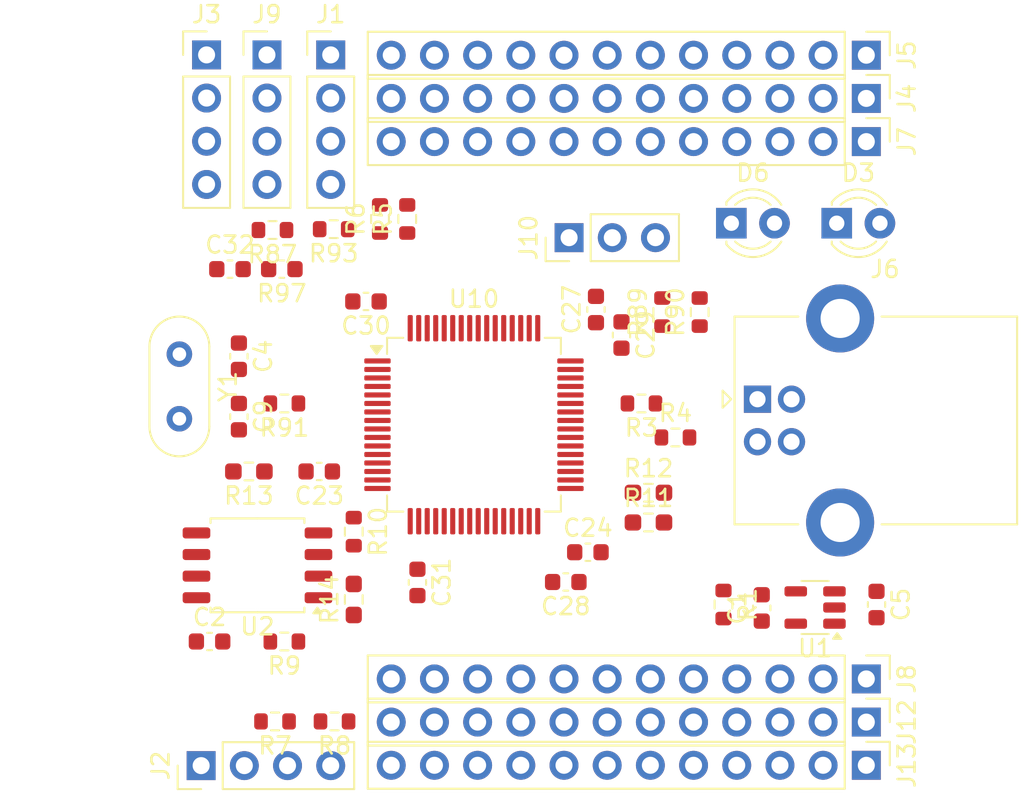
<source format=kicad_pcb>
(kicad_pcb (version 20241229) (generator "pcbnew") (generator_version "9.0")
  (layers (0 "F.Cu" signal) (4 "In1.Cu" signal) (6 "In2.Cu" signal) (2 "B.Cu" signal) (13 "F.Paste" user) (15 "B.Paste" user) (5 "F.SilkS" user "F.Silkscreen") (7 "B.SilkS" user "B.Silkscreen") (1 "F.Mask" user) (3 "B.Mask" user) (25 "Edge.Cuts" user))
  (net 0 "")
  (net 1 "GND")
  (net 2 "VDD")
  (net 3 "/clk-in")
  (net 4 "/Vbus")
  (net 5 "Net-(C9-Pad1)")
  (net 6 "Net-(U10B-Vcap_1)")
  (net 7 "Net-(U10B-Vcap_2)")
  (net 8 "/rst_mcu")
  (net 9 "Net-(D3-K)")
  (net 10 "Net-(D6-K)")
  (net 11 "/i2c1_sck")
  (net 12 "/i2c1_sda")
  (net 13 "/i2c2_sck")
  (net 14 "/i2c2_sda")
  (net 15 "/pb15")
  (net 16 "/pc13")
  (net 17 "/pc8")
  (net 18 "/pb14")
  (net 19 "/pc7")
  (net 20 "/pc4")
  (net 21 "/pc15")
  (net 22 "/pc6")
  (net 23 "/pc1")
  (net 24 "/pc11")
  (net 25 "/led-1")
  (net 26 "/pc9")
  (net 27 "/pc0")
  (net 28 "/pc12")
  (net 29 "/pd2")
  (net 30 "/pc5")
  (net 31 "/led-0")
  (net 32 "Net-(J6-D+)")
  (net 33 "Net-(J6-D-)")
  (net 34 "/pa7")
  (net 35 "/pb1")
  (net 36 "/pa3")
  (net 37 "/pb3")
  (net 38 "/pa5")
  (net 39 "/pa4")
  (net 40 "/pb8")
  (net 41 "/pa8")
  (net 42 "/pa0")
  (net 43 "/pb0")
  (net 44 "/pc14")
  (net 45 "/pa1")
  (net 46 "/pb4")
  (net 47 "/pb9")
  (net 48 "/pb5")
  (net 49 "/pa6")
  (net 50 "/pa2")
  (net 51 "/uart1-tx")
  (net 52 "/uart1-rx")
  (net 53 "/swd_clk")
  (net 54 "/swd_io")
  (net 55 "/boot0")
  (net 56 "/boot1")
  (net 57 "/usb_d+")
  (net 58 "/usb_d-")
  (net 59 "/flash_hold")
  (net 60 "/flash_wp")
  (net 61 "/flash_cs")
  (net 62 "/flash_cs_pin")
  (net 63 "/flash_sck")
  (net 64 "/spi2_sck")
  (net 65 "/flash_di")
  (net 66 "/spi2_mosi")
  (net 67 "/spi2_miso")
  (net 68 "/flash_do")
  (net 69 "/clk-out")
  (footprint "Capacitor_SMD:C_0603_1608Metric" (layer "F.Cu") (at 159.025 111.75)
    (property "Reference" "C24" (at 0 -1.43 0) (layer "F.SilkS"))
    (property "Value" "100n")
    (pad "1" smd roundrect (at -0.775 0) (size 0.9 0.95) (layers "F.Cu" "F.Mask" "F.Paste") (net 2 "VDD"))
    (pad "2" smd roundrect (at 0.775 0) (size 0.9 0.95) (layers "F.Cu" "F.Mask" "F.Paste") (net 1 "GND"))
  )
  (footprint "Capacitor_SMD:C_0603_1608Metric" (layer "F.Cu") (at 141.025 95.1 180)
    (property "Reference" "R97" (at 0 -1.43 0) (layer "F.SilkS"))
    (property "Value" "10k")
    (pad "1" smd roundrect (at -0.775 0 180) (size 0.9 0.95) (layers "F.Cu" "F.Mask" "F.Paste") (net 2 "VDD"))
    (pad "2" smd roundrect (at 0.775 0 180) (size 0.9 0.95) (layers "F.Cu" "F.Mask" "F.Paste") (net 8 "/rst_mcu"))
  )
  (footprint "Resistor_SMD:R_0603_1608Metric" (layer "F.Cu") (at 144.075 92.75 180)
    (property "Reference" "R93" (at 0 -1.43 0) (layer "F.SilkS"))
    (property "Value" "10k")
    (pad "1" smd roundrect (at -0.825 0 180) (size 0.8 0.95) (layers "F.Cu" "F.Mask" "F.Paste") (net 2 "VDD"))
    (pad "2" smd roundrect (at 0.825 0 180) (size 0.8 0.95) (layers "F.Cu" "F.Mask" "F.Paste") (net 52 "/uart1-rx"))
  )
  (footprint "Resistor_SMD:R_0603_1608Metric" (layer "F.Cu") (at 141.175 117 180)
    (property "Reference" "R9" (at 0 -1.43 0) (layer "F.SilkS"))
    (property "Value" "10k")
    (pad "1" smd roundrect (at -0.825 0 180) (size 0.8 0.95) (layers "F.Cu" "F.Mask" "F.Paste") (net 2 "VDD"))
    (pad "2" smd roundrect (at 0.825 0 180) (size 0.8 0.95) (layers "F.Cu" "F.Mask" "F.Paste") (net 59 "/flash_hold"))
  )
  (footprint "Connector_PinHeader_2.54mm:PinHeader_1x12_P2.54mm_Vertical" (layer "F.Cu") (at 175.4 124.28 -90)
    (property "Reference" "J13" (at 0 -2.38 90) (layer "F.SilkS"))
    (property "Value" "pins_f")
    (pad "1" thru_hole rect (at 0 0 270) (size 1.7 1.7) (drill 1) (layers "*.Cu" "*.Mask") (net 4 "/Vbus"))
    (pad "2" thru_hole circle (at 0 2.54 270) (size 1.7 1.7) (drill 1) (layers "*.Cu" "*.Mask") (net 1 "GND"))
    (pad "3" thru_hole circle (at 0 5.08 270) (size 1.7 1.7) (drill 1) (layers "*.Cu" "*.Mask") (net 2 "VDD"))
    (pad "4" thru_hole circle (at 0 7.62 270) (size 1.7 1.7) (drill 1) (layers "*.Cu" "*.Mask") (net 19 "/pc7"))
    (pad "5" thru_hole circle (at 0 10.16 270) (size 1.7 1.7) (drill 1) (layers "*.Cu" "*.Mask") (net 17 "/pc8"))
    (pad "6" thru_hole circle (at 0 12.7 270) (size 1.7 1.7) (drill 1) (layers "*.Cu" "*.Mask") (net 26 "/pc9"))
    (pad "7" thru_hole circle (at 0 15.24 270) (size 1.7 1.7) (drill 1) (layers "*.Cu" "*.Mask") (net 25 "/led-1"))
    (pad "8" thru_hole circle (at 0 17.78 270) (size 1.7 1.7) (drill 1) (layers "*.Cu" "*.Mask") (net 24 "/pc11"))
    (pad "9" thru_hole circle (at 0 20.32 270) (size 1.7 1.7) (drill 1) (layers "*.Cu" "*.Mask") (net 28 "/pc12"))
    (pad "10" thru_hole circle (at 0 22.86 270) (size 1.7 1.7) (drill 1) (layers "*.Cu" "*.Mask") (net 16 "/pc13"))
    (pad "11" thru_hole circle (at 0 25.4 270) (size 1.7 1.7) (drill 1) (layers "*.Cu" "*.Mask") (net 29 "/pd2"))
    (pad "12" thru_hole circle (at 0 27.94 270) (size 1.7 1.7) (drill 1) (layers "*.Cu" "*.Mask") (net 1 "GND"))
  )
  (footprint "Resistor_SMD:R_0603_1608Metric" (layer "F.Cu") (at 145.255 110.54 -90)
    (property "Reference" "R10" (at 0 -1.43 90) (layer "F.SilkS"))
    (property "Value" "10k")
    (pad "1" smd roundrect (at -0.825 0 270) (size 0.8 0.95) (layers "F.Cu" "F.Mask" "F.Paste") (net 2 "VDD"))
    (pad "2" smd roundrect (at 0.825 0 270) (size 0.8 0.95) (layers "F.Cu" "F.Mask" "F.Paste") (net 60 "/flash_wp"))
  )
  (footprint "Resistor_SMD:R_0603_1608Metric_Pad0.98x0.95mm_HandSolder" (layer "F.Cu") (at 139.0875 107 180)
    (property "Reference" "R13" (at 0 -1.43 0) (layer "F.SilkS"))
    (property "Value" "33")
    (pad "1" smd roundrect (at -0.9125 0 180) (size 0.975 0.95) (layers "F.Cu" "F.Mask" "F.Paste") (net 66 "/spi2_mosi"))
    (pad "2" smd roundrect (at 0.9125 0 180) (size 0.975 0.95) (layers "F.Cu" "F.Mask" "F.Paste") (net 65 "/flash_di"))
  )
  (footprint "Capacitor_SMD:C_0603_1608Metric" (layer "F.Cu") (at 136.775 117)
    (property "Reference" "C2" (at 0 -1.43 0) (layer "F.SilkS"))
    (property "Value" "4u7")
    (pad "1" smd roundrect (at -0.775 0) (size 0.9 0.95) (layers "F.Cu" "F.Mask" "F.Paste") (net 2 "VDD"))
    (pad "2" smd roundrect (at 0.775 0) (size 0.9 0.95) (layers "F.Cu" "F.Mask" "F.Paste") (net 1 "GND"))
  )
  (footprint "Connector_PinHeader_2.54mm:PinHeader_1x12_P2.54mm_Vertical" (layer "F.Cu") (at 175.4 121.74 -90)
    (property "Reference" "J12" (at 0 -2.38 90) (layer "F.SilkS"))
    (property "Value" "pins_e")
    (pad "1" thru_hole rect (at 0 0 270) (size 1.7 1.7) (drill 1) (layers "*.Cu" "*.Mask") (net 1 "GND"))
    (pad "2" thru_hole circle (at 0 2.54 270) (size 1.7 1.7) (drill 1) (layers "*.Cu" "*.Mask") (net 1 "GND"))
    (pad "3" thru_hole circle (at 0 5.08 270) (size 1.7 1.7) (drill 1) (layers "*.Cu" "*.Mask") (net 1 "GND"))
    (pad "4" thru_hole circle (at 0 7.62 270) (size 1.7 1.7) (drill 1) (layers "*.Cu" "*.Mask") (net 1 "GND"))
    (pad "5" thru_hole circle (at 0 10.16 270) (size 1.7 1.7) (drill 1) (layers "*.Cu" "*.Mask") (net 1 "GND"))
    (pad "6" thru_hole circle (at 0 12.7 270) (size 1.7 1.7) (drill 1) (layers "*.Cu" "*.Mask") (net 1 "GND"))
    (pad "7" thru_hole circle (at 0 15.24 270) (size 1.7 1.7) (drill 1) (layers "*.Cu" "*.Mask") (net 1 "GND"))
    (pad "8" thru_hole circle (at 0 17.78 270) (size 1.7 1.7) (drill 1) (layers "*.Cu" "*.Mask") (net 1 "GND"))
    (pad "9" thru_hole circle (at 0 20.32 270) (size 1.7 1.7) (drill 1) (layers "*.Cu" "*.Mask") (net 1 "GND"))
    (pad "10" thru_hole circle (at 0 22.86 270) (size 1.7 1.7) (drill 1) (layers "*.Cu" "*.Mask") (net 1 "GND"))
    (pad "11" thru_hole circle (at 0 25.4 270) (size 1.7 1.7) (drill 1) (layers "*.Cu" "*.Mask") (net 1 "GND"))
    (pad "12" thru_hole circle (at 0 27.94 270) (size 1.7 1.7) (drill 1) (layers "*.Cu" "*.Mask") (net 1 "GND"))
  )
  (footprint "Capacitor_SMD:C_0603_1608Metric" (layer "F.Cu") (at 137.975 95.1)
    (property "Reference" "C32" (at 0 -1.43 0) (layer "F.SilkS"))
    (property "Value" "4u7")
    (pad "1" smd roundrect (at -0.775 0) (size 0.9 0.95) (layers "F.Cu" "F.Mask" "F.Paste") (net 8 "/rst_mcu"))
    (pad "2" smd roundrect (at 0.775 0) (size 0.9 0.95) (layers "F.Cu" "F.Mask" "F.Paste") (net 1 "GND"))
  )
  (footprint "Connector_PinHeader_2.54mm:PinHeader_1x03_P2.54mm_Vertical" (layer "F.Cu") (at 157.92 93.25 90)
    (property "Reference" "J10" (at 0 -2.38 90) (layer "F.SilkS"))
    (property "Value" "swd")
    (pad "1" thru_hole rect (at 0 0 90) (size 1.7 1.7) (drill 1) (layers "*.Cu" "*.Mask") (net 53 "/swd_clk"))
    (pad "2" thru_hole circle (at 0 2.54 90) (size 1.7 1.7) (drill 1) (layers "*.Cu" "*.Mask") (net 1 "GND"))
    (pad "3" thru_hole circle (at 0 5.08 90) (size 1.7 1.7) (drill 1) (layers "*.Cu" "*.Mask") (net 54 "/swd_io"))
  )
  (footprint "Resistor_SMD:R_0603_1608Metric_Pad0.98x0.95mm_HandSolder" (layer "F.Cu") (at 162.5875 108.25)
    (property "Reference" "R12" (at 0 -1.43 0) (layer "F.SilkS"))
    (property "Value" "33")
    (pad "1" smd roundrect (at -0.9125 0) (size 0.975 0.95) (layers "F.Cu" "F.Mask" "F.Paste") (net 64 "/spi2_sck"))
    (pad "2" smd roundrect (at 0.9125 0) (size 0.975 0.95) (layers "F.Cu" "F.Mask" "F.Paste") (net 63 "/flash_sck"))
  )
  (footprint "Resistor_SMD:R_0603_1608Metric" (layer "F.Cu") (at 140.475 92.8 180)
    (property "Reference" "R87" (at 0 -1.43 0) (layer "F.SilkS"))
    (property "Value" "10k")
    (pad "1" smd roundrect (at -0.825 0 180) (size 0.8 0.95) (layers "F.Cu" "F.Mask" "F.Paste") (net 1 "GND"))
    (pad "2" smd roundrect (at 0.825 0 180) (size 0.8 0.95) (layers "F.Cu" "F.Mask" "F.Paste") (net 55 "/boot0"))
  )
  (footprint "Resistor_SMD:R_0603_1608Metric_Pad0.98x0.95mm_HandSolder" (layer "F.Cu") (at 162.5875 110)
    (property "Reference" "R11" (at 0 -1.43 0) (layer "F.SilkS"))
    (property "Value" "33")
    (pad "1" smd roundrect (at -0.9125 0) (size 0.975 0.95) (layers "F.Cu" "F.Mask" "F.Paste") (net 62 "/flash_cs_pin"))
    (pad "2" smd roundrect (at 0.9125 0) (size 0.975 0.95) (layers "F.Cu" "F.Mask" "F.Paste") (net 61 "/flash_cs"))
  )
  (footprint "Capacitor_SMD:C_0603_1608Metric" (layer "F.Cu") (at 143.225 107 180)
    (property "Reference" "C23" (at 0 -1.43 0) (layer "F.SilkS"))
    (property "Value" "100n")
    (pad "1" smd roundrect (at -0.775 0 180) (size 0.9 0.95) (layers "F.Cu" "F.Mask" "F.Paste") (net 2 "VDD"))
    (pad "2" smd roundrect (at 0.775 0 180) (size 0.9 0.95) (layers "F.Cu" "F.Mask" "F.Paste") (net 1 "GND"))
  )
  (footprint "Resistor_SMD:R_0603_1608Metric" (layer "F.Cu") (at 163.4 97.625 90)
    (property "Reference" "R89" (at 0 -1.43 90) (layer "F.SilkS"))
    (property "Value" "1k")
    (pad "1" smd roundrect (at -0.825 0 90) (size 0.8 0.95) (layers "F.Cu" "F.Mask" "F.Paste") (net 31 "/led-0"))
    (pad "2" smd roundrect (at 0.825 0 90) (size 0.8 0.95) (layers "F.Cu" "F.Mask" "F.Paste") (net 10 "Net-(D6-K)"))
  )
  (footprint "Connector_PinHeader_2.54mm:PinHeader_1x12_P2.54mm_Vertical" (layer "F.Cu") (at 175.4 82.52 -90)
    (property "Reference" "J5" (at 0 -2.38 90) (layer "F.SilkS"))
    (property "Value" "pins_a")
    (pad "1" thru_hole rect (at 0 0 270) (size 1.7 1.7) (drill 1) (layers "*.Cu" "*.Mask") (net 4 "/Vbus"))
    (pad "2" thru_hole circle (at 0 2.54 270) (size 1.7 1.7) (drill 1) (layers "*.Cu" "*.Mask") (net 1 "GND"))
    (pad "3" thru_hole circle (at 0 5.08 270) (size 1.7 1.7) (drill 1) (layers "*.Cu" "*.Mask") (net 2 "VDD"))
    (pad "4" thru_hole circle (at 0 7.62 270) (size 1.7 1.7) (drill 1) (layers "*.Cu" "*.Mask") (net 42 "/pa0"))
    (pad "5" thru_hole circle (at 0 10.16 270) (size 1.7 1.7) (drill 1) (layers "*.Cu" "*.Mask") (net 45 "/pa1"))
    (pad "6" thru_hole circle (at 0 12.7 270) (size 1.7 1.7) (drill 1) (layers "*.Cu" "*.Mask") (net 50 "/pa2"))
    (pad "7" thru_hole circle (at 0 15.24 270) (size 1.7 1.7) (drill 1) (layers "*.Cu" "*.Mask") (net 36 "/pa3"))
    (pad "8" thru_hole circle (at 0 17.78 270) (size 1.7 1.7) (drill 1) (layers "*.Cu" "*.Mask") (net 39 "/pa4"))
    (pad "9" thru_hole circle (at 0 20.32 270) (size 1.7 1.7) (drill 1) (layers "*.Cu" "*.Mask") (net 38 "/pa5"))
    (pad "10" thru_hole circle (at 0 22.86 270) (size 1.7 1.7) (drill 1) (layers "*.Cu" "*.Mask") (net 49 "/pa6"))
    (pad "11" thru_hole circle (at 0 25.4 270) (size 1.7 1.7) (drill 1) (layers "*.Cu" "*.Mask") (net 34 "/pa7"))
    (pad "12" thru_hole circle (at 0 27.94 270) (size 1.7 1.7) (drill 1) (layers "*.Cu" "*.Mask") (net 44 "/pc14"))
  )
  (footprint "Capacitor_SMD:C_0603_1608Metric" (layer "F.Cu") (at 159.5 97.475 90)
    (property "Reference" "C27" (at 0 -1.43 90) (layer "F.SilkS"))
    (property "Value" "100n")
    (pad "1" smd roundrect (at -0.775 0 90) (size 0.9 0.95) (layers "F.Cu" "F.Mask" "F.Paste") (net 2 "VDD"))
    (pad "2" smd roundrect (at 0.775 0 90) (size 0.9 0.95) (layers "F.Cu" "F.Mask" "F.Paste") (net 1 "GND"))
  )
  (footprint "Package_TO_SOT_SMD:SOT-23-5" (layer "F.Cu") (at 172.3875 115 180)
    (property "Reference" "U1" (at 0 -2.4 0) (layer "F.SilkS"))
    (property "Value" "MCP1802x-xx02xOT")
    (pad "1" smd roundrect (at -1.1375 -0.95 180) (size 1.325 0.6) (layers "F.Cu" "F.Mask" "F.Paste") (net 4 "/Vbus"))
    (pad "2" smd roundrect (at -1.1375 0 180) (size 1.325 0.6) (layers "F.Cu" "F.Mask" "F.Paste") (net 1 "GND"))
    (pad "3" smd roundrect (at -1.1375 0.95 180) (size 1.325 0.6) (layers "F.Cu" "F.Mask" "F.Paste") (net 4 "/Vbus"))
    (pad "4" smd roundrect (at 1.1375 0.95 180) (size 1.325 0.6) (layers "F.Cu" "F.Mask" "F.Paste"))
    (pad "5" smd roundrect (at 1.1375 -0.95 180) (size 1.325 0.6) (layers "F.Cu" "F.Mask" "F.Paste") (net 2 "VDD"))
  )
  (footprint "Connector_PinHeader_2.54mm:PinHeader_1x04_P2.54mm_Vertical" (layer "F.Cu") (at 140.15 82.5)
    (property "Reference" "J9" (at 0 -2.38 0) (layer "F.SilkS"))
    (property "Value" "uart1")
    (pad "1" thru_hole rect (at 0 0) (size 1.7 1.7) (drill 1) (layers "*.Cu" "*.Mask") (net 52 "/uart1-rx"))
    (pad "2" thru_hole circle (at 0 2.54) (size 1.7 1.7) (drill 1) (layers "*.Cu" "*.Mask") (net 1 "GND"))
    (pad "3" thru_hole circle (at 0 5.08) (size 1.7 1.7) (drill 1) (layers "*.Cu" "*.Mask") (net 51 "/uart1-tx"))
    (pad "4" thru_hole circle (at 0 7.62) (size 1.7 1.7) (drill 1) (layers "*.Cu" "*.Mask") (net 2 "VDD"))
  )
  (footprint "Connector_PinHeader_2.54mm:PinHeader_1x04_P2.54mm_Vertical" (layer "F.Cu") (at 143.9 82.5)
    (property "Reference" "J1" (at 0 -2.38 0) (layer "F.SilkS"))
    (property "Value" "i2c_1")
    (pad "1" thru_hole rect (at 0 0) (size 1.7 1.7) (drill 1) (layers "*.Cu" "*.Mask") (net 11 "/i2c1_sck"))
    (pad "2" thru_hole circle (at 0 2.54) (size 1.7 1.7) (drill 1) (layers "*.Cu" "*.Mask") (net 1 "GND"))
    (pad "3" thru_hole circle (at 0 5.08) (size 1.7 1.7) (drill 1) (layers "*.Cu" "*.Mask") (net 12 "/i2c1_sda"))
    (pad "4" thru_hole circle (at 0 7.62) (size 1.7 1.7) (drill 1) (layers "*.Cu" "*.Mask") (net 2 "VDD"))
  )
  (footprint "Resistor_SMD:R_0603_1608Metric" (layer "F.Cu") (at 164.175 105)
    (property "Reference" "R4" (at 0 -1.43 0) (layer "F.SilkS"))
    (property "Value" "22")
    (pad "1" smd roundrect (at -0.825 0) (size 0.8 0.95) (layers "F.Cu" "F.Mask" "F.Paste") (net 33 "Net-(J6-D-)"))
    (pad "2" smd roundrect (at 0.825 0) (size 0.8 0.95) (layers "F.Cu" "F.Mask" "F.Paste") (net 58 "/usb_d-"))
  )
  (footprint "LED_THT:LED_D3.0mm" (layer "F.Cu") (at 173.66 92.4)
    (property "Reference" "D3" (at 1.27 -2.96 0) (layer "F.SilkS"))
    (property "Value" "LED")
    (pad "1" thru_hole rect (at 0 0) (size 1.8 1.8) (drill 0.9) (layers "*.Cu" "*.Mask") (net 9 "Net-(D3-K)"))
    (pad "2" thru_hole circle (at 2.54 0) (size 1.8 1.8) (drill 0.9) (layers "*.Cu" "*.Mask") (net 1 "GND"))
  )
  (footprint "Capacitor_SMD:C_0603_1608Metric" (layer "F.Cu") (at 176 114.825 -90)
    (property "Reference" "C5" (at 0 -1.43 90) (layer "F.SilkS"))
    (property "Value" "4u7")
    (pad "1" smd roundrect (at -0.775 0 270) (size 0.9 0.95) (layers "F.Cu" "F.Mask" "F.Paste") (net 4 "/Vbus"))
    (pad "2" smd roundrect (at 0.775 0 270) (size 0.9 0.95) (layers "F.Cu" "F.Mask" "F.Paste") (net 1 "GND"))
  )
  (footprint "Capacitor_SMD:C_0603_1608Metric" (layer "F.Cu") (at 145.975 97 180)
    (property "Reference" "C30" (at 0 -1.43 0) (layer "F.SilkS"))
    (property "Value" "100n")
    (pad "1" smd roundrect (at -0.775 0 180) (size 0.9 0.95) (layers "F.Cu" "F.Mask" "F.Paste") (net 2 "VDD"))
    (pad "2" smd roundrect (at 0.775 0 180) (size 0.9 0.95) (layers "F.Cu" "F.Mask" "F.Paste") (net 1 "GND"))
  )
  (footprint "Resistor_SMD:R_0603_1608Metric" (layer "F.Cu") (at 165.6 97.625 90)
    (property "Reference" "R90" (at 0 -1.43 90) (layer "F.SilkS"))
    (property "Value" "1k")
    (pad "1" smd roundrect (at -0.825 0 90) (size 0.8 0.95) (layers "F.Cu" "F.Mask" "F.Paste") (net 25 "/led-1"))
    (pad "2" smd roundrect (at 0.825 0 90) (size 0.8 0.95) (layers "F.Cu" "F.Mask" "F.Paste") (net 9 "Net-(D3-K)"))
  )
  (footprint "Connector_PinHeader_2.54mm:PinHeader_1x04_P2.54mm_Vertical" (layer "F.Cu") (at 136.6 82.5)
    (property "Reference" "J3" (at 0 -2.38 0) (layer "F.SilkS"))
    (property "Value" "boot_rst")
    (pad "1" thru_hole rect (at 0 0) (size 1.7 1.7) (drill 1) (layers "*.Cu" "*.Mask") (net 8 "/rst_mcu"))
    (pad "2" thru_hole circle (at 0 2.54) (size 1.7 1.7) (drill 1) (layers "*.Cu" "*.Mask") (net 1 "GND"))
    (pad "3" thru_hole circle (at 0 5.08) (size 1.7 1.7) (drill 1) (layers "*.Cu" "*.Mask") (net 55 "/boot0"))
    (pad "4" thru_hole circle (at 0 7.62) (size 1.7 1.7) (drill 1) (layers "*.Cu" "*.Mask") (net 2 "VDD"))
  )
  (footprint "Resistor_SMD:R_0603_1608Metric" (layer "F.Cu") (at 148.4 92.15 90)
    (property "Reference" "R5" (at 0 -1.43 90) (layer "F.SilkS"))
    (property "Value" "10k")
    (pad "1" smd roundrect (at -0.825 0 90) (size 0.8 0.95) (layers "F.Cu" "F.Mask" "F.Paste") (net 2 "VDD"))
    (pad "2" smd roundrect (at 0.825 0 90) (size 0.8 0.95) (layers "F.Cu" "F.Mask" "F.Paste") (net 11 "/i2c1_sck"))
  )
  (footprint "Capacitor_SMD:C_0603_1608Metric" (layer "F.Cu") (at 138.5 100.225 -90)
    (property "Reference" "C4" (at 0 -1.43 90) (layer "F.SilkS"))
    (property "Value" "18p")
    (pad "1" smd roundrect (at -0.775 0 270) (size 0.9 0.95) (layers "F.Cu" "F.Mask" "F.Paste") (net 1 "GND"))
    (pad "2" smd roundrect (at 0.775 0 270) (size 0.9 0.95) (layers "F.Cu" "F.Mask" "F.Paste") (net 3 "/clk-in"))
  )
  (footprint "Resistor_SMD:R_0603_1608Metric" (layer "F.Cu") (at 167 114.825 -90)
    (property "Reference" "R1" (at 0 -1.43 90) (layer "F.SilkS"))
    (property "Value" "100k")
    (pad "1" smd roundrect (at -0.825 0 270) (size 0.8 0.95) (layers "F.Cu" "F.Mask" "F.Paste") (net 1 "GND"))
    (pad "2" smd roundrect (at 0.825 0 270) (size 0.8 0.95) (layers "F.Cu" "F.Mask" "F.Paste") (net 56 "/boot1"))
  )
  (footprint "Capacitor_SMD:C_0603_1608Metric" (layer "F.Cu") (at 161 98.975 -90)
    (property "Reference" "C29" (at 0 -1.43 90) (layer "F.SilkS"))
    (property "Value" "2u2")
    (pad "1" smd roundrect (at -0.775 0 270) (size 0.9 0.95) (layers "F.Cu" "F.Mask" "F.Paste") (net 1 "GND"))
    (pad "2" smd roundrect (at 0.775 0 270) (size 0.9 0.95) (layers "F.Cu" "F.Mask" "F.Paste") (net 7 "Net-(U10B-Vcap_2)"))
  )
  (footprint "Resistor_SMD:R_0603_1608Metric" (layer "F.Cu") (at 146.8 92.15 90)
    (property "Reference" "R6" (at 0 -1.43 90) (layer "F.SilkS"))
    (property "Value" "10k")
    (pad "1" smd roundrect (at -0.825 0 90) (size 0.8 0.95) (layers "F.Cu" "F.Mask" "F.Paste") (net 2 "VDD"))
    (pad "2" smd roundrect (at 0.825 0 90) (size 0.8 0.95) (layers "F.Cu" "F.Mask" "F.Paste") (net 12 "/i2c1_sda"))
  )
  (footprint "Crystal:Crystal_HC52-8mm_Vertical" (layer "F.Cu") (at 135 100.1 -90)
    (property "Reference" "Y1" (at 1.9 -2.85 90) (layer "F.SilkS"))
    (property "Value" "Crystal")
    (pad "1" thru_hole circle (at 0 0 270) (size 1.5 1.5) (drill 0.8) (layers "*.Cu" "*.Mask") (net 3 "/clk-in"))
    (pad "2" thru_hole circle (at 3.8 0 270) (size 1.5 1.5) (drill 0.8) (layers "*.Cu" "*.Mask") (net 5 "Net-(C9-Pad1)"))
  )
  (footprint "Connector_PinHeader_2.54mm:PinHeader_1x04_P2.54mm_Vertical" (layer "F.Cu") (at 136.28 124.3 90)
    (property "Reference" "J2" (at 0 -2.38 90) (layer "F.SilkS"))
    (property "Value" "i2c_2")
    (pad "1" thru_hole rect (at 0 0 90) (size 1.7 1.7) (drill 1) (layers "*.Cu" "*.Mask") (net 13 "/i2c2_sck"))
    (pad "2" thru_hole circle (at 0 2.54 90) (size 1.7 1.7) (drill 1) (layers "*.Cu" "*.Mask") (net 1 "GND"))
    (pad "3" thru_hole circle (at 0 5.08 90) (size 1.7 1.7) (drill 1) (layers "*.Cu" "*.Mask") (net 14 "/i2c2_sda"))
    (pad "4" thru_hole circle (at 0 7.62 90) (size 1.7 1.7) (drill 1) (layers "*.Cu" "*.Mask") (net 2 "VDD"))
  )
  (footprint "Capacitor_SMD:C_0603_1608Metric" (layer "F.Cu") (at 157.725 113.5 180)
    (property "Reference" "C28" (at 0 -1.43 0) (layer "F.SilkS"))
    (property "Value" "2u2")
    (pad "1" smd roundrect (at -0.775 0 180) (size 0.9 0.95) (layers "F.Cu" "F.Mask" "F.Paste") (net 1 "GND"))
    (pad "2" smd roundrect (at 0.775 0 180) (size 0.9 0.95) (layers "F.Cu" "F.Mask" "F.Paste") (net 6 "Net-(U10B-Vcap_1)"))
  )
  (footprint "Resistor_SMD:R_0603_1608Metric_Pad0.98x0.95mm_HandSolder" (layer "F.Cu") (at 145.255 114.5275 90)
    (property "Reference" "R14" (at 0 -1.43 90) (layer "F.SilkS"))
    (property "Value" "33")
    (pad "1" smd roundrect (at -0.9125 0 90) (size 0.975 0.95) (layers "F.Cu" "F.Mask" "F.Paste") (net 67 "/spi2_miso"))
    (pad "2" smd roundrect (at 0.9125 0 90) (size 0.975 0.95) (layers "F.Cu" "F.Mask" "F.Paste") (net 68 "/flash_do"))
  )
  (footprint "Capacitor_SMD:C_0603_1608Metric" (layer "F.Cu") (at 169.25 115.025 90)
    (property "Reference" "C1" (at 0 -1.43 90) (layer "F.SilkS"))
    (property "Value" "4u7")
    (pad "1" smd roundrect (at -0.775 0 90) (size 0.9 0.95) (layers "F.Cu" "F.Mask" "F.Paste") (net 2 "VDD"))
    (pad "2" smd roundrect (at 0.775 0 90) (size 0.9 0.95) (layers "F.Cu" "F.Mask" "F.Paste") (net 1 "GND"))
  )
  (footprint "Connector_PinHeader_2.54mm:PinHeader_1x12_P2.54mm_Vertical" (layer "F.Cu") (at 175.4 85.06 -90)
    (property "Reference" "J4" (at 0 -2.38 90) (layer "F.SilkS"))
    (property "Value" "pins_b")
    (pad "1" thru_hole rect (at 0 0 270) (size 1.7 1.7) (drill 1) (layers "*.Cu" "*.Mask") (net 1 "GND"))
    (pad "2" thru_hole circle (at 0 2.54 270) (size 1.7 1.7) (drill 1) (layers "*.Cu" "*.Mask") (net 1 "GND"))
    (pad "3" thru_hole circle (at 0 5.08 270) (size 1.7 1.7) (drill 1) (layers "*.Cu" "*.Mask") (net 1 "GND"))
    (pad "4" thru_hole circle (at 0 7.62 270) (size 1.7 1.7) (drill 1) (layers "*.Cu" "*.Mask") (net 1 "GND"))
    (pad "5" thru_hole circle (at 0 10.16 270) (size 1.7 1.7) (drill 1) (layers "*.Cu" "*.Mask") (net 1 "GND"))
    (pad "6" thru_hole circle (at 0 12.7 270) (size 1.7 1.7) (drill 1) (layers "*.Cu" "*.Mask") (net 1 "GND"))
    (pad "7" thru_hole circle (at 0 15.24 270) (size 1.7 1.7) (drill 1) (layers "*.Cu" "*.Mask") (net 1 "GND"))
    (pad "8" thru_hole circle (at 0 17.78 270) (size 1.7 1.7) (drill 1) (layers "*.Cu" "*.Mask") (net 1 "GND"))
    (pad "9" thru_hole circle (at 0 20.32 270) (size 1.7 1.7) (drill 1) (layers "*.Cu" "*.Mask") (net 1 "GND"))
    (pad "10" thru_hole circle (at 0 22.86 270) (size 1.7 1.7) (drill 1) (layers "*.Cu" "*.Mask") (net 1 "GND"))
    (pad "11" thru_hole circle (at 0 25.4 270) (size 1.7 1.7) (drill 1) (layers "*.Cu" "*.Mask") (net 1 "GND"))
    (pad "12" thru_hole circle (at 0 27.94 270) (size 1.7 1.7) (drill 1) (layers "*.Cu" "*.Mask") (net 1 "GND"))
  )
  (footprint "Connector_PinHeader_2.54mm:PinHeader_1x12_P2.54mm_Vertical" (layer "F.Cu") (at 175.4 119.2 -90)
    (property "Reference" "J8" (at 0 -2.38 90) (layer "F.SilkS"))
    (property "Value" "pins_d")
    (pad "1" thru_hole rect (at 0 0 270) (size 1.7 1.7) (drill 1) (layers "*.Cu" "*.Mask") (net 4 "/Vbus"))
    (pad "2" thru_hole circle (at 0 2.54 270) (size 1.7 1.7) (drill 1) (layers "*.Cu" "*.Mask") (net 1 "GND"))
    (pad "3" thru_hole circle (at 0 5.08 270) (size 1.7 1.7) (drill 1) (layers "*.Cu" "*.Mask") (net 2 "VDD"))
    (pad "4" thru_hole circle (at 0 7.62 270) (size 1.7 1.7) (drill 1) (layers "*.Cu" "*.Mask") (net 18 "/pb14"))
    (pad "5" thru_hole circle (at 0 10.16 270) (size 1.7 1.7) (drill 1) (layers "*.Cu" "*.Mask") (net 15 "/pb15"))
    (pad "6" thru_hole circle (at 0 12.7 270) (size 1.7 1.7) (drill 1) (layers "*.Cu" "*.Mask") (net 31 "/led-0"))
    (pad "7" thru_hole circle (at 0 15.24 270) (size 1.7 1.7) (drill 1) (layers "*.Cu" "*.Mask") (net 27 "/pc0"))
    (pad "8" thru_hole circle (at 0 17.78 270) (size 1.7 1.7) (drill 1) (layers "*.Cu" "*.Mask") (net 23 "/pc1"))
    (pad "9" thru_hole circle (at 0 20.32 270) (size 1.7 1.7) (drill 1) (layers "*.Cu" "*.Mask") (net 20 "/pc4"))
    (pad "10" thru_hole circle (at 0 22.86 270) (size 1.7 1.7) (drill 1) (layers "*.Cu" "*.Mask") (net 30 "/pc5"))
    (pad "11" thru_hole circle (at 0 25.4 270) (size 1.7 1.7) (drill 1) (layers "*.Cu" "*.Mask") (net 22 "/pc6"))
    (pad "12" thru_hole circle (at 0 27.94 270) (size 1.7 1.7) (drill 1) (layers "*.Cu" "*.Mask") (net 21 "/pc15"))
  )
  (footprint "Capacitor_SMD:C_0603_1608Metric" (layer "F.Cu") (at 138.5 103.775 -90)
    (property "Reference" "C9" (at 0 -1.43 90) (layer "F.SilkS"))
    (property "Value" "18p")
    (pad "1" smd roundrect (at -0.775 0 270) (size 0.9 0.95) (layers "F.Cu" "F.Mask" "F.Paste") (net 5 "Net-(C9-Pad1)"))
    (pad "2" smd roundrect (at 0.775 0 270) (size 0.9 0.95) (layers "F.Cu" "F.Mask" "F.Paste") (net 1 "GND"))
  )
  (footprint "Capacitor_SMD:C_0603_1608Metric" (layer "F.Cu") (at 149 113.525 -90)
    (property "Reference" "C31" (at 0 -1.43 90) (layer "F.SilkS"))
    (property "Value" "100n")
    (pad "1" smd roundrect (at -0.775 0 270) (size 0.9 0.95) (layers "F.Cu" "F.Mask" "F.Paste") (net 2 "VDD"))
    (pad "2" smd roundrect (at 0.775 0 270) (size 0.9 0.95) (layers "F.Cu" "F.Mask" "F.Paste") (net 1 "GND"))
  )
  (footprint "Connector_PinHeader_2.54mm:PinHeader_1x12_P2.54mm_Vertical" (layer "F.Cu") (at 175.4 87.6 -90)
    (property "Reference" "J7" (at 0 -2.38 90) (layer "F.SilkS"))
    (property "Value" "pins_c")
    (pad "1" thru_hole rect (at 0 0 270) (size 1.7 1.7) (drill 1) (layers "*.Cu" "*.Mask") (net 4 "/Vbus"))
    (pad "2" thru_hole circle (at 0 2.54 270) (size 1.7 1.7) (drill 1) (layers "*.Cu" "*.Mask") (net 1 "GND"))
    (pad "3" thru_hole circle (at 0 5.08 270) (size 1.7 1.7) (drill 1) (layers "*.Cu" "*.Mask") (net 2 "VDD"))
    (pad "4" thru_hole circle (at 0 7.62 270) (size 1.7 1.7) (drill 1) (layers "*.Cu" "*.Mask") (net 41 "/pa8"))
    (pad "5" thru_hole circle (at 0 10.16 270) (size 1.7 1.7) (drill 1) (layers "*.Cu" "*.Mask") (net 43 "/pb0"))
    (pad "6" thru_hole circle (at 0 12.7 270) (size 1.7 1.7) (drill 1) (layers "*.Cu" "*.Mask") (net 35 "/pb1"))
    (pad "7" thru_hole circle (at 0 15.24 270) (size 1.7 1.7) (drill 1) (layers "*.Cu" "*.Mask") (net 37 "/pb3"))
    (pad "8" thru_hole circle (at 0 17.78 270) (size 1.7 1.7) (drill 1) (layers "*.Cu" "*.Mask") (net 46 "/pb4"))
    (pad "9" thru_hole circle (at 0 20.32 270) (size 1.7 1.7) (drill 1) (layers "*.Cu" "*.Mask") (net 48 "/pb5"))
    (pad "10" thru_hole circle (at 0 22.86 270) (size 1.7 1.7) (drill 1) (layers "*.Cu" "*.Mask") (net 47 "/pb9"))
    (pad "11" thru_hole circle (at 0 25.4 270) (size 1.7 1.7) (drill 1) (layers "*.Cu" "*.Mask") (net 40 "/pb8"))
    (pad "12" thru_hole circle (at 0 27.94 270) (size 1.7 1.7) (drill 1) (layers "*.Cu" "*.Mask") (net 1 "GND"))
  )
  (footprint "Package_SO:SOIC-8_5.3x5.3mm_P1.27mm" (layer "F.Cu") (at 139.5925 112.52 180)
    (property "Reference" "U2" (at 0 -3.6 0) (layer "F.SilkS"))
    (property "Value" "W25Q128JVS")
    (pad "1" smd roundrect (at -3.5875 -1.905 180) (size 1.625 0.65) (layers "F.Cu" "F.Mask" "F.Paste") (net 61 "/flash_cs"))
    (pad "2" smd roundrect (at -3.5875 -0.635 180) (size 1.625 0.65) (layers "F.Cu" "F.Mask" "F.Paste") (net 68 "/flash_do"))
    (pad "3" smd roundrect (at -3.5875 0.635 180) (size 1.625 0.65) (layers "F.Cu" "F.Mask" "F.Paste") (net 60 "/flash_wp"))
    (pad "4" smd roundrect (at -3.5875 1.905 180) (size 1.625 0.65) (layers "F.Cu" "F.Mask" "F.Paste") (net 1 "GND"))
    (pad "5" smd roundrect (at 3.5875 1.905 180) (size 1.625 0.65) (layers "F.Cu" "F.Mask" "F.Paste") (net 65 "/flash_di"))
    (pad "6" smd roundrect (at 3.5875 0.635 180) (size 1.625 0.65) (layers "F.Cu" "F.Mask" "F.Paste") (net 63 "/flash_sck"))
    (pad "7" smd roundrect (at 3.5875 -0.635 180) (size 1.625 0.65) (layers "F.Cu" "F.Mask" "F.Paste") (net 59 "/flash_hold"))
    (pad "8" smd roundrect (at 3.5875 -1.905 180) (size 1.625 0.65) (layers "F.Cu" "F.Mask" "F.Paste") (net 2 "VDD"))
  )
  (footprint "Package_QFP:LQFP-64_10x10mm_P0.5mm" (layer "F.Cu") (at 152.325 104.25)
    (property "Reference" "U10" (at 0 -7.4 0) (layer "F.SilkS"))
    (property "Value" "~")
    (pad "1" smd roundrect (at -5.675 -3.75) (size 1.55 0.3) (layers "F.Cu" "F.Mask" "F.Paste") (net 2 "VDD"))
    (pad "2" smd roundrect (at -5.675 -3.25) (size 1.55 0.3) (layers "F.Cu" "F.Mask" "F.Paste") (net 16 "/pc13"))
    (pad "3" smd roundrect (at -5.675 -2.75) (size 1.55 0.3) (layers "F.Cu" "F.Mask" "F.Paste") (net 44 "/pc14"))
    (pad "4" smd roundrect (at -5.675 -2.25) (size 1.55 0.3) (layers "F.Cu" "F.Mask" "F.Paste") (net 21 "/pc15"))
    (pad "5" smd roundrect (at -5.675 -1.75) (size 1.55 0.3) (layers "F.Cu" "F.Mask" "F.Paste") (net 3 "/clk-in"))
    (pad "6" smd roundrect (at -5.675 -1.25) (size 1.55 0.3) (layers "F.Cu" "F.Mask" "F.Paste") (net 69 "/clk-out"))
    (pad "7" smd roundrect (at -5.675 -0.75) (size 1.55 0.3) (layers "F.Cu" "F.Mask" "F.Paste") (net 8 "/rst_mcu"))
    (pad "8" smd roundrect (at -5.675 -0.25) (size 1.55 0.3) (layers "F.Cu" "F.Mask" "F.Paste") (net 27 "/pc0"))
    (pad "9" smd roundrect (at -5.675 0.25) (size 1.55 0.3) (layers "F.Cu" "F.Mask" "F.Paste") (net 23 "/pc1"))
    (pad "10" smd roundrect (at -5.675 0.75) (size 1.55 0.3) (layers "F.Cu" "F.Mask" "F.Paste") (net 67 "/spi2_miso"))
    (pad "11" smd roundrect (at -5.675 1.25) (size 1.55 0.3) (layers "F.Cu" "F.Mask" "F.Paste") (net 66 "/spi2_mosi"))
    (pad "12" smd roundrect (at -5.675 1.75) (size 1.55 0.3) (layers "F.Cu" "F.Mask" "F.Paste") (net 1 "GND"))
    (pad "13" smd roundrect (at -5.675 2.25) (size 1.55 0.3) (layers "F.Cu" "F.Mask" "F.Paste") (net 2 "VDD"))
    (pad "14" smd roundrect (at -5.675 2.75) (size 1.55 0.3) (layers "F.Cu" "F.Mask" "F.Paste") (net 42 "/pa0"))
    (pad "15" smd roundrect (at -5.675 3.25) (size 1.55 0.3) (layers "F.Cu" "F.Mask" "F.Paste") (net 45 "/pa1"))
    (pad "16" smd roundrect (at -5.675 3.75) (size 1.55 0.3) (layers "F.Cu" "F.Mask" "F.Paste") (net 50 "/pa2"))
    (pad "17" smd roundrect (at -3.75 5.675) (size 0.3 1.55) (layers "F.Cu" "F.Mask" "F.Paste") (net 36 "/pa3"))
    (pad "18" smd roundrect (at -3.25 5.675) (size 0.3 1.55) (layers "F.Cu" "F.Mask" "F.Paste") (net 1 "GND"))
    (pad "19" smd roundrect (at -2.75 5.675) (size 0.3 1.55) (layers "F.Cu" "F.Mask" "F.Paste") (net 2 "VDD"))
    (pad "20" smd roundrect (at -2.25 5.675) (size 0.3 1.55) (layers "F.Cu" "F.Mask" "F.Paste") (net 39 "/pa4"))
    (pad "21" smd roundrect (at -1.75 5.675) (size 0.3 1.55) (layers "F.Cu" "F.Mask" "F.Paste") (net 38 "/pa5"))
    (pad "22" smd roundrect (at -1.25 5.675) (size 0.3 1.55) (layers "F.Cu" "F.Mask" "F.Paste") (net 49 "/pa6"))
    (pad "23" smd roundrect (at -0.75 5.675) (size 0.3 1.55) (layers "F.Cu" "F.Mask" "F.Paste") (net 34 "/pa7"))
    (pad "24" smd roundrect (at -0.25 5.675) (size 0.3 1.55) (layers "F.Cu" "F.Mask" "F.Paste") (net 20 "/pc4"))
    (pad "25" smd roundrect (at 0.25 5.675) (size 0.3 1.55) (layers "F.Cu" "F.Mask" "F.Paste") (net 30 "/pc5"))
    (pad "26" smd roundrect (at 0.75 5.675) (size 0.3 1.55) (layers "F.Cu" "F.Mask" "F.Paste") (net 43 "/pb0"))
    (pad "27" smd roundrect (at 1.25 5.675) (size 0.3 1.55) (layers "F.Cu" "F.Mask" "F.Paste") (net 35 "/pb1"))
    (pad "28" smd roundrect (at 1.75 5.675) (size 0.3 1.55) (layers "F.Cu" "F.Mask" "F.Paste") (net 56 "/boot1"))
    (pad "29" smd roundrect (at 2.25 5.675) (size 0.3 1.55) (layers "F.Cu" "F.Mask" "F.Paste") (net 13 "/i2c2_sck"))
    (pad "30" smd roundrect (at 2.75 5.675) (size 0.3 1.55) (layers "F.Cu" "F.Mask" "F.Paste") (net 14 "/i2c2_sda"))
    (pad "31" smd roundrect (at 3.25 5.675) (size 0.3 1.55) (layers "F.Cu" "F.Mask" "F.Paste") (net 6 "Net-(U10B-Vcap_1)"))
    (pad "32" smd roundrect (at 3.75 5.675) (size 0.3 1.55) (layers "F.Cu" "F.Mask" "F.Paste") (net 2 "VDD"))
    (pad "33" smd roundrect (at 5.675 3.75) (size 1.55 0.3) (layers "F.Cu" "F.Mask" "F.Paste") (net 62 "/flash_cs_pin"))
    (pad "34" smd roundrect (at 5.675 3.25) (size 1.55 0.3) (layers "F.Cu" "F.Mask" "F.Paste") (net 64 "/spi2_sck"))
    (pad "35" smd roundrect (at 5.675 2.75) (size 1.55 0.3) (layers "F.Cu" "F.Mask" "F.Paste") (net 18 "/pb14"))
    (pad "36" smd roundrect (at 5.675 2.25) (size 1.55 0.3) (layers "F.Cu" "F.Mask" "F.Paste") (net 15 "/pb15"))
    (pad "37" smd roundrect (at 5.675 1.75) (size 1.55 0.3) (layers "F.Cu" "F.Mask" "F.Paste") (net 22 "/pc6"))
    (pad "38" smd roundrect (at 5.675 1.25) (size 1.55 0.3) (layers "F.Cu" "F.Mask" "F.Paste") (net 19 "/pc7"))
    (pad "39" smd roundrect (at 5.675 0.75) (size 1.55 0.3) (layers "F.Cu" "F.Mask" "F.Paste") (net 17 "/pc8"))
    (pad "40" smd roundrect (at 5.675 0.25) (size 1.55 0.3) (layers "F.Cu" "F.Mask" "F.Paste") (net 26 "/pc9"))
    (pad "41" smd roundrect (at 5.675 -0.25) (size 1.55 0.3) (layers "F.Cu" "F.Mask" "F.Paste") (net 41 "/pa8"))
    (pad "42" smd roundrect (at 5.675 -0.75) (size 1.55 0.3) (layers "F.Cu" "F.Mask" "F.Paste") (net 51 "/uart1-tx"))
    (pad "43" smd roundrect (at 5.675 -1.25) (size 1.55 0.3) (layers "F.Cu" "F.Mask" "F.Paste") (net 52 "/uart1-rx"))
    (pad "44" smd roundrect (at 5.675 -1.75) (size 1.55 0.3) (layers "F.Cu" "F.Mask" "F.Paste") (net 58 "/usb_d-"))
    (pad "45" smd roundrect (at 5.675 -2.25) (size 1.55 0.3) (layers "F.Cu" "F.Mask" "F.Paste") (net 57 "/usb_d+"))
    (pad "46" smd roundrect (at 5.675 -2.75) (size 1.55 0.3) (layers "F.Cu" "F.Mask" "F.Paste") (net 54 "/swd_io"))
    (pad "47" smd roundrect (at 5.675 -3.25) (size 1.55 0.3) (layers "F.Cu" "F.Mask" "F.Paste") (net 7 "Net-(U10B-Vcap_2)"))
    (pad "48" smd roundrect (at 5.675 -3.75) (size 1.55 0.3) (layers "F.Cu" "F.Mask" "F.Paste") (net 2 "VDD"))
    (pad "49" smd roundrect (at 3.75 -5.675) (size 0.3 1.55) (layers "F.Cu" "F.Mask" "F.Paste") (net 53 "/swd_clk"))
    (pad "50" smd roundrect (at 3.25 -5.675) (size 0.3 1.55) (layers "F.Cu" "F.Mask" "F.Paste") (net 31 "/led-0"))
    (pad "51" smd roundrect (at 2.75 -5.675) (size 0.3 1.55) (layers "F.Cu" "F.Mask" "F.Paste") (net 25 "/led-1"))
    (pad "52" smd roundrect (at 2.25 -5.675) (size 0.3 1.55) (layers "F.Cu" "F.Mask" "F.Paste") (net 24 "/pc11"))
    (pad "53" smd roundrect (at 1.75 -5.675) (size 0.3 1.55) (layers "F.Cu" "F.Mask" "F.Paste") (net 28 "/pc12"))
    (pad "54" smd roundrect (at 1.25 -5.675) (size 0.3 1.55) (layers "F.Cu" "F.Mask" "F.Paste") (net 29 "/pd2"))
    (pad "55" smd roundrect (at 0.75 -5.675) (size 0.3 1.55) (layers "F.Cu" "F.Mask" "F.Paste") (net 37 "/pb3"))
    (pad "56" smd roundrect (at 0.25 -5.675) (size 0.3 1.55) (layers "F.Cu" "F.Mask" "F.Paste") (net 46 "/pb4"))
    (pad "57" smd roundrect (at -0.25 -5.675) (size 0.3 1.55) (layers "F.Cu" "F.Mask" "F.Paste") (net 48 "/pb5"))
    (pad "58" smd roundrect (at -0.75 -5.675) (size 0.3 1.55) (layers "F.Cu" "F.Mask" "F.Paste") (net 11 "/i2c1_sck"))
    (pad "59" smd roundrect (at -1.25 -5.675) (size 0.3 1.55) (layers "F.Cu" "F.Mask" "F.Paste") (net 12 "/i2c1_sda"))
    (pad "60" smd roundrect (at -1.75 -5.675) (size 0.3 1.55) (layers "F.Cu" "F.Mask" "F.Paste") (net 55 "/boot0"))
    (pad "61" smd roundrect (at -2.25 -5.675) (size 0.3 1.55) (layers "F.Cu" "F.Mask" "F.Paste") (net 40 "/pb8"))
    (pad "62" smd roundrect (at -2.75 -5.675) (size 0.3 1.55) (layers "F.Cu" "F.Mask" "F.Paste") (net 47 "/pb9"))
    (pad "63" smd roundrect (at -3.25 -5.675) (size 0.3 1.55) (layers "F.Cu" "F.Mask" "F.Paste") (net 1 "GND"))
    (pad "64" smd roundrect (at -3.75 -5.675) (size 0.3 1.55) (layers "F.Cu" "F.Mask" "F.Paste") (net 2 "VDD"))
  )
  (footprint "Resistor_SMD:R_0603_1608Metric" (layer "F.Cu") (at 140.625 121.7 180)
    (property "Reference" "R7" (at 0 -1.43 0) (layer "F.SilkS"))
    (property "Value" "10k")
    (pad "1" smd roundrect (at -0.825 0 180) (size 0.8 0.95) (layers "F.Cu" "F.Mask" "F.Paste") (net 2 "VDD"))
    (pad "2" smd roundrect (at 0.825 0 180) (size 0.8 0.95) (layers "F.Cu" "F.Mask" "F.Paste") (net 13 "/i2c2_sck"))
  )
  (footprint "Connector_USB:USB_B_Lumberg_2411_02_Horizontal" (layer "F.Cu") (at 169 102.75)
    (property "Reference" "J6" (at 7.5 -7.65 0) (layer "F.SilkS"))
    (property "Value" "MY_USB_B")
    (pad "1" thru_hole rect (at 0 0 90) (size 1.6 1.6) (drill 0.95) (layers "*.Cu" "*.Mask") (net 4 "/Vbus"))
    (pad "2" thru_hole circle (at 0 2.5 90) (size 1.6 1.6) (drill 0.95) (layers "*.Cu" "*.Mask") (net 33 "Net-(J6-D-)"))
    (pad "3" thru_hole circle (at 2 2.5 90) (size 1.6 1.6) (drill 0.95) (layers "*.Cu" "*.Mask") (net 32 "Net-(J6-D+)"))
    (pad "4" thru_hole circle (at 2 0 90) (size 1.6 1.6) (drill 0.95) (layers "*.Cu" "*.Mask") (net 1 "GND"))
    (pad "5" thru_hole circle (at 4.86 -4.75 90) (size 4 4) (drill 2.3) (layers "*.Cu" "*.Mask") (net 1 "GND"))
    (pad "5" thru_hole circle (at 4.86 7.25 90) (size 4 4) (drill 2.3) (layers "*.Cu" "*.Mask") (net 1 "GND"))
  )
  (footprint "Resistor_SMD:R_0603_1608Metric" (layer "F.Cu") (at 144.125 121.7 180)
    (property "Reference" "R8" (at 0 -1.43 0) (layer "F.SilkS"))
    (property "Value" "10k")
    (pad "1" smd roundrect (at -0.825 0 180) (size 0.8 0.95) (layers "F.Cu" "F.Mask" "F.Paste") (net 2 "VDD"))
    (pad "2" smd roundrect (at 0.825 0 180) (size 0.8 0.95) (layers "F.Cu" "F.Mask" "F.Paste") (net 14 "/i2c2_sda"))
  )
  (footprint "Resistor_SMD:R_0603_1608Metric" (layer "F.Cu") (at 162.175 103 180)
    (property "Reference" "R3" (at 0 -1.43 0) (layer "F.SilkS"))
    (property "Value" "22")
    (pad "1" smd roundrect (at -0.825 0 180) (size 0.8 0.95) (layers "F.Cu" "F.Mask" "F.Paste") (net 32 "Net-(J6-D+)"))
    (pad "2" smd roundrect (at 0.825 0 180) (size 0.8 0.95) (layers "F.Cu" "F.Mask" "F.Paste") (net 57 "/usb_d+"))
  )
  (footprint "Resistor_SMD:R_0603_1608Metric" (layer "F.Cu") (at 141.175 103 180)
    (property "Reference" "R91" (at 0 -1.43 0) (layer "F.SilkS"))
    (property "Value" "100")
    (pad "1" smd roundrect (at -0.825 0 180) (size 0.8 0.95) (layers "F.Cu" "F.Mask" "F.Paste") (net 69 "/clk-out"))
    (pad "2" smd roundrect (at 0.825 0 180) (size 0.8 0.95) (layers "F.Cu" "F.Mask" "F.Paste") (net 5 "Net-(C9-Pad1)"))
  )
  (footprint "LED_THT:LED_D3.0mm" (layer "F.Cu") (at 167.46 92.4)
    (property "Reference" "D6" (at 1.27 -2.96 0) (layer "F.SilkS"))
    (property "Value" "LED")
    (pad "1" thru_hole rect (at 0 0) (size 1.8 1.8) (drill 0.9) (layers "*.Cu" "*.Mask") (net 10 "Net-(D6-K)"))
    (pad "2" thru_hole circle (at 2.54 0) (size 1.8 1.8) (drill 0.9) (layers "*.Cu" "*.Mask") (net 1 "GND"))
  )
)
</source>
